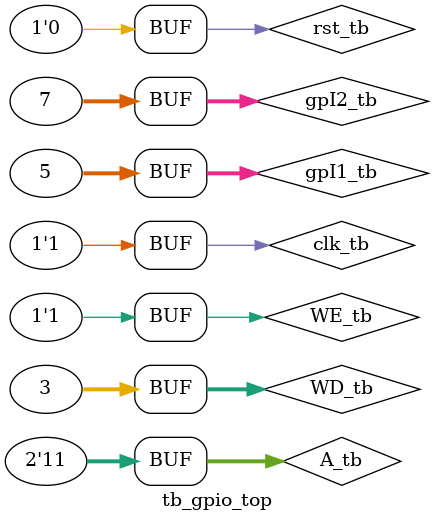
<source format=v>
`timescale 1ns / 1ps


module tb_gpio_top;
    //inputs
    reg     [1:0]   A_tb;
    reg             WE_tb;
    reg     [31:0]  gpI1_tb;
    reg     [31:0]  gpI2_tb;
    reg     [31:0]  WD_tb;
    reg             rst_tb;  
    reg             clk_tb;

    //outputs
    wire [31:0] RD_tb;
    wire [31:0] gpO1_tb;
    wire [31:0] gpO2_tb;
   
    gpio_top DUT1(
        .A(A_tb),
        .WE(WE_tb),
        .gpI1(gpI1_tb),
        .gpI2(gpI2_tb),
        .WD(WD_tb),
        .Rst(rst_tb),
        .Clk(clk_tb),
        .gpO1(gpO1_tb),
        .gpO2(gpO2_tb),
        .RD(RD_tb)
    );   
       
    task tick; 
        begin 
           clk_tb = 0; #5; // Set bit 1 --> 0 after 5 time units
           clk_tb = 1; #5;
        end
    endtask

    initial begin
        begin
            // Reset GPIO module
            rst_tb = 1;
            tick;
            rst_tb = 0;
        
            // Set up GPIO module
            WE_tb = 1'b1;
            
            // Give test values to input
            WD_tb = 3;
            gpI1_tb = 5;
            gpI2_tb = 7;
            
            // Test all values for A
            A_tb = 2'b00;
            tick;
            
            A_tb = 2'b01;
            tick;
            
            A_tb = 2'b10;
            tick;
            
            A_tb = 2'b11;
            tick;
        end
    end
endmodule

</source>
